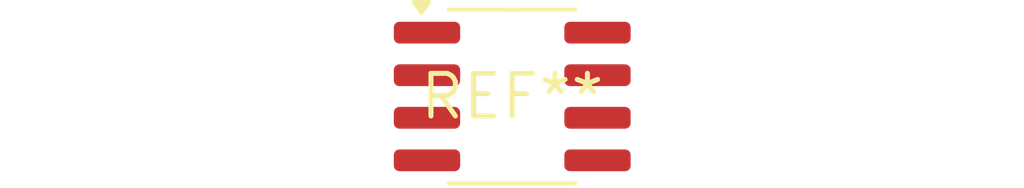
<source format=kicad_pcb>
(kicad_pcb (version 20240108) (generator pcbnew)
  (layers (0 "F.Cu" signal) (31 "B.Cu" signal) (34 "B.Paste" user) (35 "F.Paste" user) (36 "B.SilkS" user "B.Silkscreen") (37 "F.SilkS" user "F.Silkscreen") (38 "B.Mask" user) (39 "F.Mask" user) (44 "Edge.Cuts" user))
  (net 0 "")
  (footprint "SOP-8_3.76x4.96mm_P1.27mm" (layer "F.Cu") (at 0 0)
    (property "Reference" "REF**")
    (property "Value" "SOP-8_3.76x4.96mm_P1.27mm")
    (fp_line (start 0 -2.59) (end -1.88 -2.59) (layer "F.SilkS") (stroke (width 0.12)))
    (fp_line (start 0 -2.59) (end 1.88 -2.59) (layer "F.SilkS") (stroke (width 0.12)))
    (fp_line (start 0 2.59) (end -1.88 2.59) (layer "F.SilkS") (stroke (width 0.12)))
    (fp_line (start 0 2.59) (end 1.88 2.59) (layer "F.SilkS") (stroke (width 0.12)))
    (fp_poly (pts (xy -2.7025 -2.49) (xy -2.9425 -2.82) (xy -2.4625 -2.82) (xy -2.7025 -2.49)) (layer "F.SilkS") (stroke (width 0.12)) (fill solid))
    (pad "1" smd roundrect (at -2.5375 -1.905) (size 1.975 0.65) (layers "F.Cu" "F.Paste" "F.Mask"))
    (pad "2" smd roundrect (at -2.5375 -0.635) (size 1.975 0.65) (layers "F.Cu" "F.Paste" "F.Mask"))
    (pad "3" smd roundrect (at -2.5375 0.635) (size 1.975 0.65) (layers "F.Cu" "F.Paste" "F.Mask"))
    (pad "4" smd roundrect (at -2.5375 1.905) (size 1.975 0.65) (layers "F.Cu" "F.Paste" "F.Mask"))
    (pad "5" smd roundrect (at 2.5375 1.905) (size 1.975 0.65) (layers "F.Cu" "F.Paste" "F.Mask"))
    (pad "6" smd roundrect (at 2.5375 0.635) (size 1.975 0.65) (layers "F.Cu" "F.Paste" "F.Mask"))
    (pad "7" smd roundrect (at 2.5375 -0.635) (size 1.975 0.65) (layers "F.Cu" "F.Paste" "F.Mask"))
    (pad "8" smd roundrect (at 2.5375 -1.905) (size 1.975 0.65) (layers "F.Cu" "F.Paste" "F.Mask"))
  )
)
</source>
